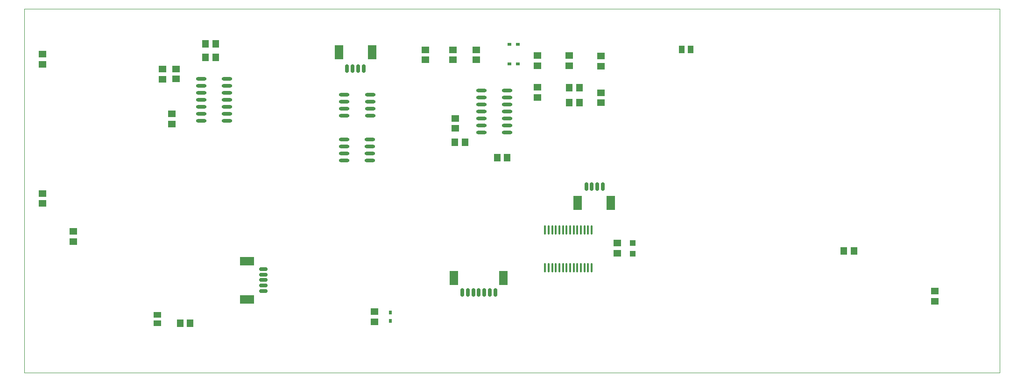
<source format=gtp>
%FSLAX25Y25*%
%MOIN*%
G70*
G01*
G75*
G04 Layer_Color=8421504*
G04:AMPARAMS|DCode=10|XSize=23.62mil|YSize=61.02mil|CornerRadius=5.91mil|HoleSize=0mil|Usage=FLASHONLY|Rotation=0.000|XOffset=0mil|YOffset=0mil|HoleType=Round|Shape=RoundedRectangle|*
%AMROUNDEDRECTD10*
21,1,0.02362,0.04921,0,0,0.0*
21,1,0.01181,0.06102,0,0,0.0*
1,1,0.01181,0.00591,-0.02461*
1,1,0.01181,-0.00591,-0.02461*
1,1,0.01181,-0.00591,0.02461*
1,1,0.01181,0.00591,0.02461*
%
%ADD10ROUNDEDRECTD10*%
%ADD11R,0.05906X0.09843*%
%ADD12O,0.07480X0.02362*%
%ADD13O,0.01378X0.07087*%
%ADD14R,0.09843X0.05906*%
G04:AMPARAMS|DCode=15|XSize=23.62mil|YSize=61.02mil|CornerRadius=5.91mil|HoleSize=0mil|Usage=FLASHONLY|Rotation=270.000|XOffset=0mil|YOffset=0mil|HoleType=Round|Shape=RoundedRectangle|*
%AMROUNDEDRECTD15*
21,1,0.02362,0.04921,0,0,270.0*
21,1,0.01181,0.06102,0,0,270.0*
1,1,0.01181,-0.02461,-0.00591*
1,1,0.01181,-0.02461,0.00591*
1,1,0.01181,0.02461,0.00591*
1,1,0.01181,0.02461,-0.00591*
%
%ADD15ROUNDEDRECTD15*%
%ADD16R,0.04724X0.05315*%
%ADD17R,0.05315X0.04724*%
%ADD18R,0.05709X0.04528*%
%ADD19R,0.04528X0.05709*%
%ADD20R,0.04134X0.04331*%
%ADD21R,0.05315X0.03937*%
%ADD22R,0.03937X0.05315*%
%ADD23R,0.03150X0.01969*%
%ADD24R,0.01969X0.03150*%
%ADD25C,0.02000*%
%ADD26C,0.01500*%
%ADD27C,0.03000*%
%ADD28C,0.01300*%
%ADD29C,0.05000*%
%ADD30C,0.04000*%
%ADD31C,0.06500*%
%ADD32C,0.06000*%
%ADD33C,0.03937*%
%ADD34C,0.01000*%
%ADD35C,0.00100*%
%ADD36C,0.05906*%
%ADD37R,0.05906X0.05906*%
%ADD38C,0.11024*%
%ADD39C,0.15354*%
%ADD40C,0.06000*%
%ADD41C,0.11417*%
%ADD42R,0.05906X0.05906*%
%ADD43P,0.05966X8X112.5*%
%ADD44C,0.05512*%
%ADD45C,0.11811*%
%ADD46C,0.07874*%
%ADD47C,0.05213*%
G04:AMPARAMS|DCode=48|XSize=42.52mil|YSize=145.67mil|CornerRadius=10.63mil|HoleSize=0mil|Usage=FLASHONLY|Rotation=270.000|XOffset=0mil|YOffset=0mil|HoleType=Round|Shape=RoundedRectangle|*
%AMROUNDEDRECTD48*
21,1,0.04252,0.12441,0,0,270.0*
21,1,0.02126,0.14567,0,0,270.0*
1,1,0.02126,-0.06221,-0.01063*
1,1,0.02126,-0.06221,0.01063*
1,1,0.02126,0.06221,0.01063*
1,1,0.02126,0.06221,-0.01063*
%
%ADD48ROUNDEDRECTD48*%
%ADD49C,0.05000*%
%ADD50C,0.04000*%
%ADD51C,0.02000*%
%ADD52C,0.06200*%
%ADD53C,0.02284*%
%ADD54C,0.10236*%
%ADD55C,0.15700*%
%ADD56R,0.06693X0.12598*%
%ADD57R,0.09449X0.06496*%
%ADD58O,0.01102X0.03347*%
%ADD59R,0.03543X0.02559*%
%ADD60R,0.06102X0.05512*%
%ADD61R,0.03937X0.02362*%
%ADD62R,0.04331X0.04134*%
%ADD63C,0.04500*%
%ADD64C,0.02500*%
%ADD65C,0.07000*%
%ADD66C,0.03500*%
%ADD67C,0.05500*%
%ADD68R,0.02756X0.01102*%
%ADD69R,0.02756X0.01102*%
%ADD70R,0.02756X0.01102*%
%ADD71C,0.01575*%
%ADD72C,0.02362*%
%ADD73C,0.00787*%
%ADD74C,0.00800*%
D10*
X336050Y57500D02*
D03*
X312550D02*
D03*
X316467D02*
D03*
X320384D02*
D03*
X324300D02*
D03*
X328217D02*
D03*
X332134D02*
D03*
X412861Y133017D02*
D03*
X408928D02*
D03*
X404994D02*
D03*
X401061D02*
D03*
X230250Y217600D02*
D03*
X234184D02*
D03*
X238117D02*
D03*
X242050D02*
D03*
D11*
X341950Y67800D02*
D03*
X306650D02*
D03*
X418661Y121517D02*
D03*
X394961D02*
D03*
X224450Y229100D02*
D03*
X248150D02*
D03*
D12*
X228330Y198900D02*
D03*
Y193900D02*
D03*
Y188900D02*
D03*
Y183900D02*
D03*
X246834Y198900D02*
D03*
Y193900D02*
D03*
Y188900D02*
D03*
Y183900D02*
D03*
X126167Y210000D02*
D03*
Y205000D02*
D03*
Y200000D02*
D03*
Y195000D02*
D03*
Y190000D02*
D03*
Y185000D02*
D03*
Y180000D02*
D03*
X144671Y210000D02*
D03*
Y205000D02*
D03*
Y200000D02*
D03*
Y195000D02*
D03*
Y190000D02*
D03*
Y185000D02*
D03*
Y180000D02*
D03*
X326130Y201790D02*
D03*
Y196790D02*
D03*
Y191790D02*
D03*
Y186790D02*
D03*
Y181790D02*
D03*
Y176790D02*
D03*
Y171790D02*
D03*
X344634Y201790D02*
D03*
Y196790D02*
D03*
Y191790D02*
D03*
Y186790D02*
D03*
Y181790D02*
D03*
Y176790D02*
D03*
Y171790D02*
D03*
X228198Y166700D02*
D03*
Y161700D02*
D03*
Y156700D02*
D03*
Y151700D02*
D03*
X246702Y166700D02*
D03*
Y161700D02*
D03*
Y156700D02*
D03*
Y151700D02*
D03*
D13*
X404884Y101986D02*
D03*
X402325D02*
D03*
X399766D02*
D03*
X397207D02*
D03*
X394648D02*
D03*
X392089D02*
D03*
X389530D02*
D03*
X386971D02*
D03*
X384412D02*
D03*
X381853D02*
D03*
X379294D02*
D03*
X376734D02*
D03*
X374176D02*
D03*
X371617D02*
D03*
X404884Y75214D02*
D03*
X402325D02*
D03*
X399766D02*
D03*
X397207D02*
D03*
X394648D02*
D03*
X392089D02*
D03*
X389530D02*
D03*
X386971D02*
D03*
X384412D02*
D03*
X381853D02*
D03*
X379294D02*
D03*
X376734D02*
D03*
X374176D02*
D03*
X371617D02*
D03*
D14*
X158750Y52400D02*
D03*
Y79700D02*
D03*
D15*
X170550Y74100D02*
D03*
Y58500D02*
D03*
Y62400D02*
D03*
Y66300D02*
D03*
Y70200D02*
D03*
D16*
X584908Y87050D02*
D03*
X592192D02*
D03*
X129277Y225469D02*
D03*
X136560D02*
D03*
X129277Y235271D02*
D03*
X136560D02*
D03*
X337408Y153800D02*
D03*
X344692D02*
D03*
X388840Y193042D02*
D03*
X396124D02*
D03*
X118342Y35300D02*
D03*
X111058D02*
D03*
D17*
X649950Y58492D02*
D03*
Y51208D02*
D03*
X98450Y209705D02*
D03*
Y216988D02*
D03*
X286250Y223648D02*
D03*
Y230931D02*
D03*
X411550Y192958D02*
D03*
Y200242D02*
D03*
X388852Y219458D02*
D03*
Y226742D02*
D03*
X366350Y204042D02*
D03*
Y196758D02*
D03*
Y219458D02*
D03*
Y226742D02*
D03*
X249800Y36558D02*
D03*
Y43842D02*
D03*
X12750Y220558D02*
D03*
Y227842D02*
D03*
X12950Y128242D02*
D03*
Y120958D02*
D03*
X34750Y93858D02*
D03*
Y101142D02*
D03*
D18*
X108119Y217242D02*
D03*
Y209958D02*
D03*
X105250Y177758D02*
D03*
Y185042D02*
D03*
X322450Y223648D02*
D03*
Y230931D02*
D03*
X305950Y223648D02*
D03*
Y230931D02*
D03*
X307450Y181942D02*
D03*
Y174658D02*
D03*
X411550Y219258D02*
D03*
Y226542D02*
D03*
X423082Y92673D02*
D03*
Y85389D02*
D03*
D19*
X307287Y164900D02*
D03*
X314571D02*
D03*
X388840Y203900D02*
D03*
X396124D02*
D03*
D20*
X434082Y92837D02*
D03*
Y84963D02*
D03*
D21*
X95000Y41551D02*
D03*
Y35449D02*
D03*
D22*
X475451Y231200D02*
D03*
X469349D02*
D03*
D23*
X346350Y220890D02*
D03*
X352350D02*
D03*
Y234790D02*
D03*
X346350D02*
D03*
D24*
X261300Y37200D02*
D03*
Y43200D02*
D03*
D35*
X696300Y0D02*
Y260000D01*
X-0D02*
X696300D01*
X-0Y0D02*
X696300D01*
X-0D02*
Y260000D01*
M02*

</source>
